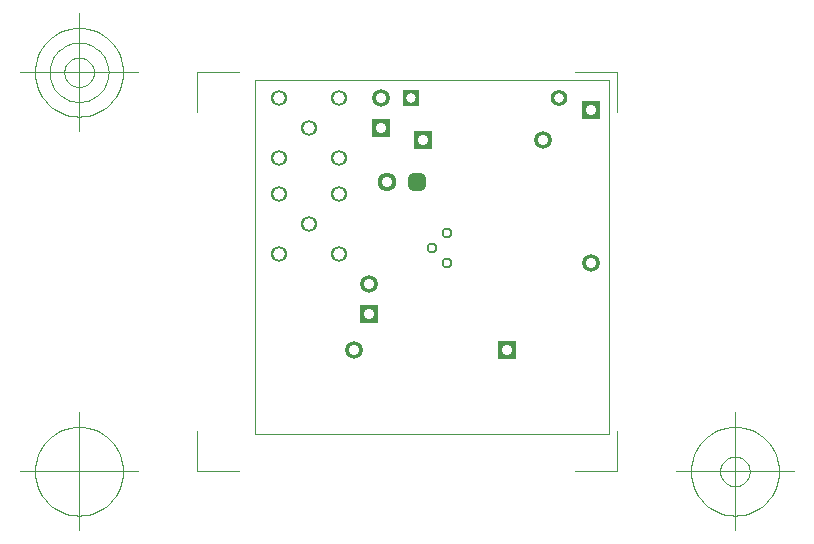
<source format=gbr>
G04 Generated by Ultiboard 10.0 *
%FSLAX25Y25*%
%MOIN*%

%ADD22C,0.00394*%
%ADD23C,0.00004*%
%ADD41C,0.05337X0.03937*%
%ADD35R,0.05512X0.05512X0.03150*%
%ADD34C,0.05512X0.03150*%
%ADD37R,0.05906X0.05906X0.03543*%
%ADD36C,0.05906X0.03543*%
%ADD44C,0.03762X0.02362*%
%ADD29C,0.06334X0.03500*%
%ADD38R,0.02083X0.02083X0.03917*%
%ADD18C,0.03917*%


G04 ColorRGB 00FF00 for the following layer *
%LNCopper Top*%
%LPD*%
%FSLAX25Y25*%
%MOIN*%
G54D22*
X-19400Y-12512D02*
X-19400Y789D01*
X-19400Y-12512D02*
X-5410Y-12512D01*
X120500Y-12512D02*
X106510Y-12512D01*
X120500Y-12512D02*
X120500Y789D01*
X120500Y120500D02*
X120500Y107199D01*
X120500Y120500D02*
X106510Y120500D01*
X-19400Y120500D02*
X-5410Y120500D01*
X-19400Y120500D02*
X-19400Y107199D01*
X-39085Y-12512D02*
X-78455Y-12512D01*
X-58770Y-32197D02*
X-58770Y7173D01*
X-44006Y-12512D02*
X-44077Y-11065D01*
X-44077Y-11065D02*
X-44290Y-9632D01*
X-44290Y-9632D02*
X-44642Y-8226D01*
X-44642Y-8226D02*
X-45130Y-6862D01*
X-45130Y-6862D02*
X-45750Y-5552D01*
X-45750Y-5552D02*
X-46494Y-4309D01*
X-46494Y-4309D02*
X-47358Y-3146D01*
X-47358Y-3146D02*
X-48331Y-2072D01*
X-48331Y-2072D02*
X-49404Y-1099D01*
X-49404Y-1099D02*
X-50568Y-236D01*
X-50568Y-236D02*
X-51810Y509D01*
X-51810Y509D02*
X-53120Y1128D01*
X-53120Y1128D02*
X-54484Y1616D01*
X-54484Y1616D02*
X-55890Y1968D01*
X-55890Y1968D02*
X-57323Y2181D01*
X-57323Y2181D02*
X-58770Y2252D01*
X-58770Y2252D02*
X-60217Y2181D01*
X-60217Y2181D02*
X-61650Y1968D01*
X-61650Y1968D02*
X-63056Y1616D01*
X-63056Y1616D02*
X-64420Y1128D01*
X-64420Y1128D02*
X-65730Y509D01*
X-65730Y509D02*
X-66972Y-236D01*
X-66972Y-236D02*
X-68136Y-1099D01*
X-68136Y-1099D02*
X-69210Y-2072D01*
X-69210Y-2072D02*
X-70183Y-3146D01*
X-70183Y-3146D02*
X-71046Y-4309D01*
X-71046Y-4309D02*
X-71791Y-5552D01*
X-71791Y-5552D02*
X-72410Y-6862D01*
X-72410Y-6862D02*
X-72898Y-8226D01*
X-72898Y-8226D02*
X-73250Y-9632D01*
X-73250Y-9632D02*
X-73463Y-11065D01*
X-73463Y-11065D02*
X-73534Y-12512D01*
X-73534Y-12512D02*
X-73463Y-13959D01*
X-73463Y-13959D02*
X-73250Y-15392D01*
X-73250Y-15392D02*
X-72898Y-16798D01*
X-72898Y-16798D02*
X-72410Y-18162D01*
X-72410Y-18162D02*
X-71791Y-19471D01*
X-71791Y-19471D02*
X-71046Y-20714D01*
X-71046Y-20714D02*
X-70183Y-21878D01*
X-70183Y-21878D02*
X-69210Y-22951D01*
X-69210Y-22951D02*
X-68136Y-23924D01*
X-68136Y-23924D02*
X-66972Y-24787D01*
X-66972Y-24787D02*
X-65730Y-25532D01*
X-65730Y-25532D02*
X-64420Y-26152D01*
X-64420Y-26152D02*
X-63056Y-26640D01*
X-63056Y-26640D02*
X-61650Y-26992D01*
X-61650Y-26992D02*
X-60217Y-27204D01*
X-60217Y-27204D02*
X-58770Y-27276D01*
X-58770Y-27276D02*
X-57323Y-27204D01*
X-57323Y-27204D02*
X-55890Y-26992D01*
X-55890Y-26992D02*
X-54484Y-26640D01*
X-54484Y-26640D02*
X-53120Y-26152D01*
X-53120Y-26152D02*
X-51810Y-25532D01*
X-51810Y-25532D02*
X-50568Y-24787D01*
X-50568Y-24787D02*
X-49404Y-23924D01*
X-49404Y-23924D02*
X-48331Y-22951D01*
X-48331Y-22951D02*
X-47358Y-21878D01*
X-47358Y-21878D02*
X-46494Y-20714D01*
X-46494Y-20714D02*
X-45750Y-19471D01*
X-45750Y-19471D02*
X-45130Y-18162D01*
X-45130Y-18162D02*
X-44642Y-16798D01*
X-44642Y-16798D02*
X-44290Y-15392D01*
X-44290Y-15392D02*
X-44077Y-13959D01*
X-44077Y-13959D02*
X-44006Y-12512D01*
X140185Y-12512D02*
X179555Y-12512D01*
X159870Y-32197D02*
X159870Y7173D01*
X174634Y-12512D02*
X174563Y-11065D01*
X174563Y-11065D02*
X174350Y-9632D01*
X174350Y-9632D02*
X173998Y-8226D01*
X173998Y-8226D02*
X173510Y-6862D01*
X173510Y-6862D02*
X172891Y-5552D01*
X172891Y-5552D02*
X172146Y-4309D01*
X172146Y-4309D02*
X171283Y-3146D01*
X171283Y-3146D02*
X170310Y-2072D01*
X170310Y-2072D02*
X169236Y-1099D01*
X169236Y-1099D02*
X168072Y-236D01*
X168072Y-236D02*
X166830Y509D01*
X166830Y509D02*
X165520Y1128D01*
X165520Y1128D02*
X164156Y1616D01*
X164156Y1616D02*
X162750Y1968D01*
X162750Y1968D02*
X161317Y2181D01*
X161317Y2181D02*
X159870Y2252D01*
X159870Y2252D02*
X158423Y2181D01*
X158423Y2181D02*
X156990Y1968D01*
X156990Y1968D02*
X155584Y1616D01*
X155584Y1616D02*
X154220Y1128D01*
X154220Y1128D02*
X152910Y509D01*
X152910Y509D02*
X151668Y-236D01*
X151668Y-236D02*
X150504Y-1099D01*
X150504Y-1099D02*
X149431Y-2072D01*
X149431Y-2072D02*
X148458Y-3146D01*
X148458Y-3146D02*
X147594Y-4309D01*
X147594Y-4309D02*
X146850Y-5552D01*
X146850Y-5552D02*
X146230Y-6862D01*
X146230Y-6862D02*
X145742Y-8226D01*
X145742Y-8226D02*
X145390Y-9632D01*
X145390Y-9632D02*
X145177Y-11065D01*
X145177Y-11065D02*
X145106Y-12512D01*
X145106Y-12512D02*
X145177Y-13959D01*
X145177Y-13959D02*
X145390Y-15392D01*
X145390Y-15392D02*
X145742Y-16798D01*
X145742Y-16798D02*
X146230Y-18162D01*
X146230Y-18162D02*
X146850Y-19471D01*
X146850Y-19471D02*
X147594Y-20714D01*
X147594Y-20714D02*
X148458Y-21878D01*
X148458Y-21878D02*
X149431Y-22951D01*
X149431Y-22951D02*
X150504Y-23924D01*
X150504Y-23924D02*
X151668Y-24787D01*
X151668Y-24787D02*
X152910Y-25532D01*
X152910Y-25532D02*
X154220Y-26152D01*
X154220Y-26152D02*
X155584Y-26640D01*
X155584Y-26640D02*
X156990Y-26992D01*
X156990Y-26992D02*
X158423Y-27204D01*
X158423Y-27204D02*
X159870Y-27276D01*
X159870Y-27276D02*
X161317Y-27204D01*
X161317Y-27204D02*
X162750Y-26992D01*
X162750Y-26992D02*
X164156Y-26640D01*
X164156Y-26640D02*
X165520Y-26152D01*
X165520Y-26152D02*
X166830Y-25532D01*
X166830Y-25532D02*
X168072Y-24787D01*
X168072Y-24787D02*
X169236Y-23924D01*
X169236Y-23924D02*
X170310Y-22951D01*
X170310Y-22951D02*
X171283Y-21878D01*
X171283Y-21878D02*
X172146Y-20714D01*
X172146Y-20714D02*
X172891Y-19471D01*
X172891Y-19471D02*
X173510Y-18162D01*
X173510Y-18162D02*
X173998Y-16798D01*
X173998Y-16798D02*
X174350Y-15392D01*
X174350Y-15392D02*
X174563Y-13959D01*
X174563Y-13959D02*
X174634Y-12512D01*
X164791Y-12512D02*
X164768Y-12029D01*
X164768Y-12029D02*
X164697Y-11552D01*
X164697Y-11552D02*
X164579Y-11083D01*
X164579Y-11083D02*
X164417Y-10629D01*
X164417Y-10629D02*
X164210Y-10192D01*
X164210Y-10192D02*
X163962Y-9778D01*
X163962Y-9778D02*
X163674Y-9390D01*
X163674Y-9390D02*
X163350Y-9032D01*
X163350Y-9032D02*
X162992Y-8708D01*
X162992Y-8708D02*
X162604Y-8420D01*
X162604Y-8420D02*
X162190Y-8172D01*
X162190Y-8172D02*
X161753Y-7965D01*
X161753Y-7965D02*
X161299Y-7802D01*
X161299Y-7802D02*
X160830Y-7685D01*
X160830Y-7685D02*
X160352Y-7614D01*
X160352Y-7614D02*
X159870Y-7591D01*
X159870Y-7591D02*
X159388Y-7614D01*
X159388Y-7614D02*
X158910Y-7685D01*
X158910Y-7685D02*
X158442Y-7802D01*
X158442Y-7802D02*
X157987Y-7965D01*
X157987Y-7965D02*
X157550Y-8172D01*
X157550Y-8172D02*
X157136Y-8420D01*
X157136Y-8420D02*
X156748Y-8708D01*
X156748Y-8708D02*
X156390Y-9032D01*
X156390Y-9032D02*
X156066Y-9390D01*
X156066Y-9390D02*
X155778Y-9778D01*
X155778Y-9778D02*
X155530Y-10192D01*
X155530Y-10192D02*
X155323Y-10629D01*
X155323Y-10629D02*
X155161Y-11083D01*
X155161Y-11083D02*
X155043Y-11552D01*
X155043Y-11552D02*
X154973Y-12029D01*
X154973Y-12029D02*
X154949Y-12512D01*
X154949Y-12512D02*
X154973Y-12994D01*
X154973Y-12994D02*
X155043Y-13472D01*
X155043Y-13472D02*
X155161Y-13940D01*
X155161Y-13940D02*
X155323Y-14395D01*
X155323Y-14395D02*
X155530Y-14832D01*
X155530Y-14832D02*
X155778Y-15246D01*
X155778Y-15246D02*
X156066Y-15634D01*
X156066Y-15634D02*
X156390Y-15992D01*
X156390Y-15992D02*
X156748Y-16316D01*
X156748Y-16316D02*
X157136Y-16604D01*
X157136Y-16604D02*
X157550Y-16852D01*
X157550Y-16852D02*
X157987Y-17058D01*
X157987Y-17058D02*
X158442Y-17221D01*
X158442Y-17221D02*
X158910Y-17339D01*
X158910Y-17339D02*
X159388Y-17409D01*
X159388Y-17409D02*
X159870Y-17433D01*
X159870Y-17433D02*
X160352Y-17409D01*
X160352Y-17409D02*
X160830Y-17339D01*
X160830Y-17339D02*
X161299Y-17221D01*
X161299Y-17221D02*
X161753Y-17058D01*
X161753Y-17058D02*
X162190Y-16852D01*
X162190Y-16852D02*
X162604Y-16604D01*
X162604Y-16604D02*
X162992Y-16316D01*
X162992Y-16316D02*
X163350Y-15992D01*
X163350Y-15992D02*
X163674Y-15634D01*
X163674Y-15634D02*
X163962Y-15246D01*
X163962Y-15246D02*
X164210Y-14832D01*
X164210Y-14832D02*
X164417Y-14395D01*
X164417Y-14395D02*
X164579Y-13940D01*
X164579Y-13940D02*
X164697Y-13472D01*
X164697Y-13472D02*
X164768Y-12994D01*
X164768Y-12994D02*
X164791Y-12512D01*
X-39085Y120500D02*
X-78455Y120500D01*
X-58770Y100815D02*
X-58770Y140185D01*
X-44006Y120500D02*
X-44077Y121947D01*
X-44077Y121947D02*
X-44290Y123380D01*
X-44290Y123380D02*
X-44642Y124786D01*
X-44642Y124786D02*
X-45130Y126150D01*
X-45130Y126150D02*
X-45750Y127460D01*
X-45750Y127460D02*
X-46494Y128702D01*
X-46494Y128702D02*
X-47358Y129866D01*
X-47358Y129866D02*
X-48331Y130940D01*
X-48331Y130940D02*
X-49404Y131913D01*
X-49404Y131913D02*
X-50568Y132776D01*
X-50568Y132776D02*
X-51810Y133520D01*
X-51810Y133520D02*
X-53120Y134140D01*
X-53120Y134140D02*
X-54484Y134628D01*
X-54484Y134628D02*
X-55890Y134980D01*
X-55890Y134980D02*
X-57323Y135193D01*
X-57323Y135193D02*
X-58770Y135264D01*
X-58770Y135264D02*
X-60217Y135193D01*
X-60217Y135193D02*
X-61650Y134980D01*
X-61650Y134980D02*
X-63056Y134628D01*
X-63056Y134628D02*
X-64420Y134140D01*
X-64420Y134140D02*
X-65730Y133520D01*
X-65730Y133520D02*
X-66972Y132776D01*
X-66972Y132776D02*
X-68136Y131913D01*
X-68136Y131913D02*
X-69210Y130940D01*
X-69210Y130940D02*
X-70183Y129866D01*
X-70183Y129866D02*
X-71046Y128702D01*
X-71046Y128702D02*
X-71791Y127460D01*
X-71791Y127460D02*
X-72410Y126150D01*
X-72410Y126150D02*
X-72898Y124786D01*
X-72898Y124786D02*
X-73250Y123380D01*
X-73250Y123380D02*
X-73463Y121947D01*
X-73463Y121947D02*
X-73534Y120500D01*
X-73534Y120500D02*
X-73463Y119053D01*
X-73463Y119053D02*
X-73250Y117620D01*
X-73250Y117620D02*
X-72898Y116214D01*
X-72898Y116214D02*
X-72410Y114850D01*
X-72410Y114850D02*
X-71791Y113540D01*
X-71791Y113540D02*
X-71046Y112298D01*
X-71046Y112298D02*
X-70183Y111134D01*
X-70183Y111134D02*
X-69210Y110060D01*
X-69210Y110060D02*
X-68136Y109087D01*
X-68136Y109087D02*
X-66972Y108224D01*
X-66972Y108224D02*
X-65730Y107480D01*
X-65730Y107480D02*
X-64420Y106860D01*
X-64420Y106860D02*
X-63056Y106372D01*
X-63056Y106372D02*
X-61650Y106020D01*
X-61650Y106020D02*
X-60217Y105807D01*
X-60217Y105807D02*
X-58770Y105736D01*
X-58770Y105736D02*
X-57323Y105807D01*
X-57323Y105807D02*
X-55890Y106020D01*
X-55890Y106020D02*
X-54484Y106372D01*
X-54484Y106372D02*
X-53120Y106860D01*
X-53120Y106860D02*
X-51810Y107480D01*
X-51810Y107480D02*
X-50568Y108224D01*
X-50568Y108224D02*
X-49404Y109087D01*
X-49404Y109087D02*
X-48331Y110060D01*
X-48331Y110060D02*
X-47358Y111134D01*
X-47358Y111134D02*
X-46494Y112298D01*
X-46494Y112298D02*
X-45750Y113540D01*
X-45750Y113540D02*
X-45130Y114850D01*
X-45130Y114850D02*
X-44642Y116214D01*
X-44642Y116214D02*
X-44290Y117620D01*
X-44290Y117620D02*
X-44077Y119053D01*
X-44077Y119053D02*
X-44006Y120500D01*
X-48928Y120500D02*
X-48975Y121465D01*
X-48975Y121465D02*
X-49117Y122420D01*
X-49117Y122420D02*
X-49351Y123357D01*
X-49351Y123357D02*
X-49677Y124267D01*
X-49677Y124267D02*
X-50090Y125140D01*
X-50090Y125140D02*
X-50586Y125968D01*
X-50586Y125968D02*
X-51162Y126744D01*
X-51162Y126744D02*
X-51810Y127460D01*
X-51810Y127460D02*
X-52526Y128108D01*
X-52526Y128108D02*
X-53302Y128684D01*
X-53302Y128684D02*
X-54130Y129180D01*
X-54130Y129180D02*
X-55004Y129593D01*
X-55004Y129593D02*
X-55913Y129919D01*
X-55913Y129919D02*
X-56850Y130153D01*
X-56850Y130153D02*
X-57805Y130295D01*
X-57805Y130295D02*
X-58770Y130343D01*
X-58770Y130343D02*
X-59735Y130295D01*
X-59735Y130295D02*
X-60690Y130153D01*
X-60690Y130153D02*
X-61627Y129919D01*
X-61627Y129919D02*
X-62537Y129593D01*
X-62537Y129593D02*
X-63410Y129180D01*
X-63410Y129180D02*
X-64238Y128684D01*
X-64238Y128684D02*
X-65014Y128108D01*
X-65014Y128108D02*
X-65730Y127460D01*
X-65730Y127460D02*
X-66378Y126744D01*
X-66378Y126744D02*
X-66954Y125968D01*
X-66954Y125968D02*
X-67450Y125140D01*
X-67450Y125140D02*
X-67863Y124267D01*
X-67863Y124267D02*
X-68189Y123357D01*
X-68189Y123357D02*
X-68423Y122420D01*
X-68423Y122420D02*
X-68565Y121465D01*
X-68565Y121465D02*
X-68613Y120500D01*
X-68613Y120500D02*
X-68565Y119535D01*
X-68565Y119535D02*
X-68423Y118580D01*
X-68423Y118580D02*
X-68189Y117643D01*
X-68189Y117643D02*
X-67863Y116733D01*
X-67863Y116733D02*
X-67450Y115860D01*
X-67450Y115860D02*
X-66954Y115032D01*
X-66954Y115032D02*
X-66378Y114256D01*
X-66378Y114256D02*
X-65730Y113540D01*
X-65730Y113540D02*
X-65014Y112892D01*
X-65014Y112892D02*
X-64238Y112316D01*
X-64238Y112316D02*
X-63410Y111820D01*
X-63410Y111820D02*
X-62537Y111407D01*
X-62537Y111407D02*
X-61627Y111081D01*
X-61627Y111081D02*
X-60690Y110847D01*
X-60690Y110847D02*
X-59735Y110705D01*
X-59735Y110705D02*
X-58770Y110657D01*
X-58770Y110657D02*
X-57805Y110705D01*
X-57805Y110705D02*
X-56850Y110847D01*
X-56850Y110847D02*
X-55913Y111081D01*
X-55913Y111081D02*
X-55004Y111407D01*
X-55004Y111407D02*
X-54130Y111820D01*
X-54130Y111820D02*
X-53302Y112316D01*
X-53302Y112316D02*
X-52526Y112892D01*
X-52526Y112892D02*
X-51810Y113540D01*
X-51810Y113540D02*
X-51162Y114256D01*
X-51162Y114256D02*
X-50586Y115032D01*
X-50586Y115032D02*
X-50090Y115860D01*
X-50090Y115860D02*
X-49677Y116733D01*
X-49677Y116733D02*
X-49351Y117643D01*
X-49351Y117643D02*
X-49117Y118580D01*
X-49117Y118580D02*
X-48975Y119535D01*
X-48975Y119535D02*
X-48928Y120500D01*
X-53849Y120500D02*
X-53873Y120982D01*
X-53873Y120982D02*
X-53943Y121460D01*
X-53943Y121460D02*
X-54061Y121929D01*
X-54061Y121929D02*
X-54223Y122383D01*
X-54223Y122383D02*
X-54430Y122820D01*
X-54430Y122820D02*
X-54678Y123234D01*
X-54678Y123234D02*
X-54966Y123622D01*
X-54966Y123622D02*
X-55290Y123980D01*
X-55290Y123980D02*
X-55648Y124304D01*
X-55648Y124304D02*
X-56036Y124592D01*
X-56036Y124592D02*
X-56450Y124840D01*
X-56450Y124840D02*
X-56887Y125047D01*
X-56887Y125047D02*
X-57342Y125209D01*
X-57342Y125209D02*
X-57810Y125327D01*
X-57810Y125327D02*
X-58288Y125398D01*
X-58288Y125398D02*
X-58770Y125421D01*
X-58770Y125421D02*
X-59252Y125398D01*
X-59252Y125398D02*
X-59730Y125327D01*
X-59730Y125327D02*
X-60199Y125209D01*
X-60199Y125209D02*
X-60653Y125047D01*
X-60653Y125047D02*
X-61090Y124840D01*
X-61090Y124840D02*
X-61504Y124592D01*
X-61504Y124592D02*
X-61892Y124304D01*
X-61892Y124304D02*
X-62250Y123980D01*
X-62250Y123980D02*
X-62574Y123622D01*
X-62574Y123622D02*
X-62862Y123234D01*
X-62862Y123234D02*
X-63110Y122820D01*
X-63110Y122820D02*
X-63317Y122383D01*
X-63317Y122383D02*
X-63479Y121929D01*
X-63479Y121929D02*
X-63597Y121460D01*
X-63597Y121460D02*
X-63668Y120982D01*
X-63668Y120982D02*
X-63691Y120500D01*
X-63691Y120500D02*
X-63668Y120018D01*
X-63668Y120018D02*
X-63597Y119540D01*
X-63597Y119540D02*
X-63479Y119071D01*
X-63479Y119071D02*
X-63317Y118617D01*
X-63317Y118617D02*
X-63110Y118180D01*
X-63110Y118180D02*
X-62862Y117766D01*
X-62862Y117766D02*
X-62574Y117378D01*
X-62574Y117378D02*
X-62250Y117020D01*
X-62250Y117020D02*
X-61892Y116696D01*
X-61892Y116696D02*
X-61504Y116408D01*
X-61504Y116408D02*
X-61090Y116160D01*
X-61090Y116160D02*
X-60653Y115953D01*
X-60653Y115953D02*
X-60199Y115791D01*
X-60199Y115791D02*
X-59730Y115673D01*
X-59730Y115673D02*
X-59252Y115602D01*
X-59252Y115602D02*
X-58770Y115579D01*
X-58770Y115579D02*
X-58288Y115602D01*
X-58288Y115602D02*
X-57810Y115673D01*
X-57810Y115673D02*
X-57342Y115791D01*
X-57342Y115791D02*
X-56887Y115953D01*
X-56887Y115953D02*
X-56450Y116160D01*
X-56450Y116160D02*
X-56036Y116408D01*
X-56036Y116408D02*
X-55648Y116696D01*
X-55648Y116696D02*
X-55290Y117020D01*
X-55290Y117020D02*
X-54966Y117378D01*
X-54966Y117378D02*
X-54678Y117766D01*
X-54678Y117766D02*
X-54430Y118180D01*
X-54430Y118180D02*
X-54223Y118617D01*
X-54223Y118617D02*
X-54061Y119071D01*
X-54061Y119071D02*
X-53943Y119540D01*
X-53943Y119540D02*
X-53873Y120018D01*
X-53873Y120018D02*
X-53849Y120500D01*
X-19400Y-12512D02*
X-19400Y789D01*
X-19400Y-12512D02*
X-5410Y-12512D01*
X120500Y-12512D02*
X106510Y-12512D01*
X120500Y-12512D02*
X120500Y789D01*
X120500Y120500D02*
X120500Y107199D01*
X120500Y120500D02*
X106510Y120500D01*
X-19400Y120500D02*
X-5410Y120500D01*
X-19400Y120500D02*
X-19400Y107199D01*
X-39085Y-12512D02*
X-78455Y-12512D01*
X-58770Y-32197D02*
X-58770Y7173D01*
X-44006Y-12512D02*
X-44077Y-11065D01*
X-44077Y-11065D02*
X-44290Y-9632D01*
X-44290Y-9632D02*
X-44642Y-8226D01*
X-44642Y-8226D02*
X-45130Y-6862D01*
X-45130Y-6862D02*
X-45750Y-5552D01*
X-45750Y-5552D02*
X-46494Y-4309D01*
X-46494Y-4309D02*
X-47358Y-3146D01*
X-47358Y-3146D02*
X-48331Y-2072D01*
X-48331Y-2072D02*
X-49404Y-1099D01*
X-49404Y-1099D02*
X-50568Y-236D01*
X-50568Y-236D02*
X-51810Y509D01*
X-51810Y509D02*
X-53120Y1128D01*
X-53120Y1128D02*
X-54484Y1616D01*
X-54484Y1616D02*
X-55890Y1968D01*
X-55890Y1968D02*
X-57323Y2181D01*
X-57323Y2181D02*
X-58770Y2252D01*
X-58770Y2252D02*
X-60217Y2181D01*
X-60217Y2181D02*
X-61650Y1968D01*
X-61650Y1968D02*
X-63056Y1616D01*
X-63056Y1616D02*
X-64420Y1128D01*
X-64420Y1128D02*
X-65730Y509D01*
X-65730Y509D02*
X-66972Y-236D01*
X-66972Y-236D02*
X-68136Y-1099D01*
X-68136Y-1099D02*
X-69210Y-2072D01*
X-69210Y-2072D02*
X-70183Y-3146D01*
X-70183Y-3146D02*
X-71046Y-4309D01*
X-71046Y-4309D02*
X-71791Y-5552D01*
X-71791Y-5552D02*
X-72410Y-6862D01*
X-72410Y-6862D02*
X-72898Y-8226D01*
X-72898Y-8226D02*
X-73250Y-9632D01*
X-73250Y-9632D02*
X-73463Y-11065D01*
X-73463Y-11065D02*
X-73534Y-12512D01*
X-73534Y-12512D02*
X-73463Y-13959D01*
X-73463Y-13959D02*
X-73250Y-15392D01*
X-73250Y-15392D02*
X-72898Y-16798D01*
X-72898Y-16798D02*
X-72410Y-18162D01*
X-72410Y-18162D02*
X-71791Y-19471D01*
X-71791Y-19471D02*
X-71046Y-20714D01*
X-71046Y-20714D02*
X-70183Y-21878D01*
X-70183Y-21878D02*
X-69210Y-22951D01*
X-69210Y-22951D02*
X-68136Y-23924D01*
X-68136Y-23924D02*
X-66972Y-24787D01*
X-66972Y-24787D02*
X-65730Y-25532D01*
X-65730Y-25532D02*
X-64420Y-26152D01*
X-64420Y-26152D02*
X-63056Y-26640D01*
X-63056Y-26640D02*
X-61650Y-26992D01*
X-61650Y-26992D02*
X-60217Y-27204D01*
X-60217Y-27204D02*
X-58770Y-27276D01*
X-58770Y-27276D02*
X-57323Y-27204D01*
X-57323Y-27204D02*
X-55890Y-26992D01*
X-55890Y-26992D02*
X-54484Y-26640D01*
X-54484Y-26640D02*
X-53120Y-26152D01*
X-53120Y-26152D02*
X-51810Y-25532D01*
X-51810Y-25532D02*
X-50568Y-24787D01*
X-50568Y-24787D02*
X-49404Y-23924D01*
X-49404Y-23924D02*
X-48331Y-22951D01*
X-48331Y-22951D02*
X-47358Y-21878D01*
X-47358Y-21878D02*
X-46494Y-20714D01*
X-46494Y-20714D02*
X-45750Y-19471D01*
X-45750Y-19471D02*
X-45130Y-18162D01*
X-45130Y-18162D02*
X-44642Y-16798D01*
X-44642Y-16798D02*
X-44290Y-15392D01*
X-44290Y-15392D02*
X-44077Y-13959D01*
X-44077Y-13959D02*
X-44006Y-12512D01*
X140185Y-12512D02*
X179555Y-12512D01*
X159870Y-32197D02*
X159870Y7173D01*
X174634Y-12512D02*
X174563Y-11065D01*
X174563Y-11065D02*
X174350Y-9632D01*
X174350Y-9632D02*
X173998Y-8226D01*
X173998Y-8226D02*
X173510Y-6862D01*
X173510Y-6862D02*
X172891Y-5552D01*
X172891Y-5552D02*
X172146Y-4309D01*
X172146Y-4309D02*
X171283Y-3146D01*
X171283Y-3146D02*
X170310Y-2072D01*
X170310Y-2072D02*
X169236Y-1099D01*
X169236Y-1099D02*
X168072Y-236D01*
X168072Y-236D02*
X166830Y509D01*
X166830Y509D02*
X165520Y1128D01*
X165520Y1128D02*
X164156Y1616D01*
X164156Y1616D02*
X162750Y1968D01*
X162750Y1968D02*
X161317Y2181D01*
X161317Y2181D02*
X159870Y2252D01*
X159870Y2252D02*
X158423Y2181D01*
X158423Y2181D02*
X156990Y1968D01*
X156990Y1968D02*
X155584Y1616D01*
X155584Y1616D02*
X154220Y1128D01*
X154220Y1128D02*
X152910Y509D01*
X152910Y509D02*
X151668Y-236D01*
X151668Y-236D02*
X150504Y-1099D01*
X150504Y-1099D02*
X149431Y-2072D01*
X149431Y-2072D02*
X148458Y-3146D01*
X148458Y-3146D02*
X147594Y-4309D01*
X147594Y-4309D02*
X146850Y-5552D01*
X146850Y-5552D02*
X146230Y-6862D01*
X146230Y-6862D02*
X145742Y-8226D01*
X145742Y-8226D02*
X145390Y-9632D01*
X145390Y-9632D02*
X145177Y-11065D01*
X145177Y-11065D02*
X145106Y-12512D01*
X145106Y-12512D02*
X145177Y-13959D01*
X145177Y-13959D02*
X145390Y-15392D01*
X145390Y-15392D02*
X145742Y-16798D01*
X145742Y-16798D02*
X146230Y-18162D01*
X146230Y-18162D02*
X146850Y-19471D01*
X146850Y-19471D02*
X147594Y-20714D01*
X147594Y-20714D02*
X148458Y-21878D01*
X148458Y-21878D02*
X149431Y-22951D01*
X149431Y-22951D02*
X150504Y-23924D01*
X150504Y-23924D02*
X151668Y-24787D01*
X151668Y-24787D02*
X152910Y-25532D01*
X152910Y-25532D02*
X154220Y-26152D01*
X154220Y-26152D02*
X155584Y-26640D01*
X155584Y-26640D02*
X156990Y-26992D01*
X156990Y-26992D02*
X158423Y-27204D01*
X158423Y-27204D02*
X159870Y-27276D01*
X159870Y-27276D02*
X161317Y-27204D01*
X161317Y-27204D02*
X162750Y-26992D01*
X162750Y-26992D02*
X164156Y-26640D01*
X164156Y-26640D02*
X165520Y-26152D01*
X165520Y-26152D02*
X166830Y-25532D01*
X166830Y-25532D02*
X168072Y-24787D01*
X168072Y-24787D02*
X169236Y-23924D01*
X169236Y-23924D02*
X170310Y-22951D01*
X170310Y-22951D02*
X171283Y-21878D01*
X171283Y-21878D02*
X172146Y-20714D01*
X172146Y-20714D02*
X172891Y-19471D01*
X172891Y-19471D02*
X173510Y-18162D01*
X173510Y-18162D02*
X173998Y-16798D01*
X173998Y-16798D02*
X174350Y-15392D01*
X174350Y-15392D02*
X174563Y-13959D01*
X174563Y-13959D02*
X174634Y-12512D01*
X164791Y-12512D02*
X164768Y-12029D01*
X164768Y-12029D02*
X164697Y-11552D01*
X164697Y-11552D02*
X164579Y-11083D01*
X164579Y-11083D02*
X164417Y-10629D01*
X164417Y-10629D02*
X164210Y-10192D01*
X164210Y-10192D02*
X163962Y-9778D01*
X163962Y-9778D02*
X163674Y-9390D01*
X163674Y-9390D02*
X163350Y-9032D01*
X163350Y-9032D02*
X162992Y-8708D01*
X162992Y-8708D02*
X162604Y-8420D01*
X162604Y-8420D02*
X162190Y-8172D01*
X162190Y-8172D02*
X161753Y-7965D01*
X161753Y-7965D02*
X161299Y-7802D01*
X161299Y-7802D02*
X160830Y-7685D01*
X160830Y-7685D02*
X160352Y-7614D01*
X160352Y-7614D02*
X159870Y-7591D01*
X159870Y-7591D02*
X159388Y-7614D01*
X159388Y-7614D02*
X158910Y-7685D01*
X158910Y-7685D02*
X158442Y-7802D01*
X158442Y-7802D02*
X157987Y-7965D01*
X157987Y-7965D02*
X157550Y-8172D01*
X157550Y-8172D02*
X157136Y-8420D01*
X157136Y-8420D02*
X156748Y-8708D01*
X156748Y-8708D02*
X156390Y-9032D01*
X156390Y-9032D02*
X156066Y-9390D01*
X156066Y-9390D02*
X155778Y-9778D01*
X155778Y-9778D02*
X155530Y-10192D01*
X155530Y-10192D02*
X155323Y-10629D01*
X155323Y-10629D02*
X155161Y-11083D01*
X155161Y-11083D02*
X155043Y-11552D01*
X155043Y-11552D02*
X154973Y-12029D01*
X154973Y-12029D02*
X154949Y-12512D01*
X154949Y-12512D02*
X154973Y-12994D01*
X154973Y-12994D02*
X155043Y-13472D01*
X155043Y-13472D02*
X155161Y-13940D01*
X155161Y-13940D02*
X155323Y-14395D01*
X155323Y-14395D02*
X155530Y-14832D01*
X155530Y-14832D02*
X155778Y-15246D01*
X155778Y-15246D02*
X156066Y-15634D01*
X156066Y-15634D02*
X156390Y-15992D01*
X156390Y-15992D02*
X156748Y-16316D01*
X156748Y-16316D02*
X157136Y-16604D01*
X157136Y-16604D02*
X157550Y-16852D01*
X157550Y-16852D02*
X157987Y-17058D01*
X157987Y-17058D02*
X158442Y-17221D01*
X158442Y-17221D02*
X158910Y-17339D01*
X158910Y-17339D02*
X159388Y-17409D01*
X159388Y-17409D02*
X159870Y-17433D01*
X159870Y-17433D02*
X160352Y-17409D01*
X160352Y-17409D02*
X160830Y-17339D01*
X160830Y-17339D02*
X161299Y-17221D01*
X161299Y-17221D02*
X161753Y-17058D01*
X161753Y-17058D02*
X162190Y-16852D01*
X162190Y-16852D02*
X162604Y-16604D01*
X162604Y-16604D02*
X162992Y-16316D01*
X162992Y-16316D02*
X163350Y-15992D01*
X163350Y-15992D02*
X163674Y-15634D01*
X163674Y-15634D02*
X163962Y-15246D01*
X163962Y-15246D02*
X164210Y-14832D01*
X164210Y-14832D02*
X164417Y-14395D01*
X164417Y-14395D02*
X164579Y-13940D01*
X164579Y-13940D02*
X164697Y-13472D01*
X164697Y-13472D02*
X164768Y-12994D01*
X164768Y-12994D02*
X164791Y-12512D01*
X-39085Y120500D02*
X-78455Y120500D01*
X-58770Y100815D02*
X-58770Y140185D01*
X-44006Y120500D02*
X-44077Y121947D01*
X-44077Y121947D02*
X-44290Y123380D01*
X-44290Y123380D02*
X-44642Y124786D01*
X-44642Y124786D02*
X-45130Y126150D01*
X-45130Y126150D02*
X-45750Y127460D01*
X-45750Y127460D02*
X-46494Y128702D01*
X-46494Y128702D02*
X-47358Y129866D01*
X-47358Y129866D02*
X-48331Y130940D01*
X-48331Y130940D02*
X-49404Y131913D01*
X-49404Y131913D02*
X-50568Y132776D01*
X-50568Y132776D02*
X-51810Y133520D01*
X-51810Y133520D02*
X-53120Y134140D01*
X-53120Y134140D02*
X-54484Y134628D01*
X-54484Y134628D02*
X-55890Y134980D01*
X-55890Y134980D02*
X-57323Y135193D01*
X-57323Y135193D02*
X-58770Y135264D01*
X-58770Y135264D02*
X-60217Y135193D01*
X-60217Y135193D02*
X-61650Y134980D01*
X-61650Y134980D02*
X-63056Y134628D01*
X-63056Y134628D02*
X-64420Y134140D01*
X-64420Y134140D02*
X-65730Y133520D01*
X-65730Y133520D02*
X-66972Y132776D01*
X-66972Y132776D02*
X-68136Y131913D01*
X-68136Y131913D02*
X-69210Y130940D01*
X-69210Y130940D02*
X-70183Y129866D01*
X-70183Y129866D02*
X-71046Y128702D01*
X-71046Y128702D02*
X-71791Y127460D01*
X-71791Y127460D02*
X-72410Y126150D01*
X-72410Y126150D02*
X-72898Y124786D01*
X-72898Y124786D02*
X-73250Y123380D01*
X-73250Y123380D02*
X-73463Y121947D01*
X-73463Y121947D02*
X-73534Y120500D01*
X-73534Y120500D02*
X-73463Y119053D01*
X-73463Y119053D02*
X-73250Y117620D01*
X-73250Y117620D02*
X-72898Y116214D01*
X-72898Y116214D02*
X-72410Y114850D01*
X-72410Y114850D02*
X-71791Y113540D01*
X-71791Y113540D02*
X-71046Y112298D01*
X-71046Y112298D02*
X-70183Y111134D01*
X-70183Y111134D02*
X-69210Y110060D01*
X-69210Y110060D02*
X-68136Y109087D01*
X-68136Y109087D02*
X-66972Y108224D01*
X-66972Y108224D02*
X-65730Y107480D01*
X-65730Y107480D02*
X-64420Y106860D01*
X-64420Y106860D02*
X-63056Y106372D01*
X-63056Y106372D02*
X-61650Y106020D01*
X-61650Y106020D02*
X-60217Y105807D01*
X-60217Y105807D02*
X-58770Y105736D01*
X-58770Y105736D02*
X-57323Y105807D01*
X-57323Y105807D02*
X-55890Y106020D01*
X-55890Y106020D02*
X-54484Y106372D01*
X-54484Y106372D02*
X-53120Y106860D01*
X-53120Y106860D02*
X-51810Y107480D01*
X-51810Y107480D02*
X-50568Y108224D01*
X-50568Y108224D02*
X-49404Y109087D01*
X-49404Y109087D02*
X-48331Y110060D01*
X-48331Y110060D02*
X-47358Y111134D01*
X-47358Y111134D02*
X-46494Y112298D01*
X-46494Y112298D02*
X-45750Y113540D01*
X-45750Y113540D02*
X-45130Y114850D01*
X-45130Y114850D02*
X-44642Y116214D01*
X-44642Y116214D02*
X-44290Y117620D01*
X-44290Y117620D02*
X-44077Y119053D01*
X-44077Y119053D02*
X-44006Y120500D01*
X-48928Y120500D02*
X-48975Y121465D01*
X-48975Y121465D02*
X-49117Y122420D01*
X-49117Y122420D02*
X-49351Y123357D01*
X-49351Y123357D02*
X-49677Y124267D01*
X-49677Y124267D02*
X-50090Y125140D01*
X-50090Y125140D02*
X-50586Y125968D01*
X-50586Y125968D02*
X-51162Y126744D01*
X-51162Y126744D02*
X-51810Y127460D01*
X-51810Y127460D02*
X-52526Y128108D01*
X-52526Y128108D02*
X-53302Y128684D01*
X-53302Y128684D02*
X-54130Y129180D01*
X-54130Y129180D02*
X-55004Y129593D01*
X-55004Y129593D02*
X-55913Y129919D01*
X-55913Y129919D02*
X-56850Y130153D01*
X-56850Y130153D02*
X-57805Y130295D01*
X-57805Y130295D02*
X-58770Y130343D01*
X-58770Y130343D02*
X-59735Y130295D01*
X-59735Y130295D02*
X-60690Y130153D01*
X-60690Y130153D02*
X-61627Y129919D01*
X-61627Y129919D02*
X-62537Y129593D01*
X-62537Y129593D02*
X-63410Y129180D01*
X-63410Y129180D02*
X-64238Y128684D01*
X-64238Y128684D02*
X-65014Y128108D01*
X-65014Y128108D02*
X-65730Y127460D01*
X-65730Y127460D02*
X-66378Y126744D01*
X-66378Y126744D02*
X-66954Y125968D01*
X-66954Y125968D02*
X-67450Y125140D01*
X-67450Y125140D02*
X-67863Y124267D01*
X-67863Y124267D02*
X-68189Y123357D01*
X-68189Y123357D02*
X-68423Y122420D01*
X-68423Y122420D02*
X-68565Y121465D01*
X-68565Y121465D02*
X-68613Y120500D01*
X-68613Y120500D02*
X-68565Y119535D01*
X-68565Y119535D02*
X-68423Y118580D01*
X-68423Y118580D02*
X-68189Y117643D01*
X-68189Y117643D02*
X-67863Y116733D01*
X-67863Y116733D02*
X-67450Y115860D01*
X-67450Y115860D02*
X-66954Y115032D01*
X-66954Y115032D02*
X-66378Y114256D01*
X-66378Y114256D02*
X-65730Y113540D01*
X-65730Y113540D02*
X-65014Y112892D01*
X-65014Y112892D02*
X-64238Y112316D01*
X-64238Y112316D02*
X-63410Y111820D01*
X-63410Y111820D02*
X-62537Y111407D01*
X-62537Y111407D02*
X-61627Y111081D01*
X-61627Y111081D02*
X-60690Y110847D01*
X-60690Y110847D02*
X-59735Y110705D01*
X-59735Y110705D02*
X-58770Y110657D01*
X-58770Y110657D02*
X-57805Y110705D01*
X-57805Y110705D02*
X-56850Y110847D01*
X-56850Y110847D02*
X-55913Y111081D01*
X-55913Y111081D02*
X-55004Y111407D01*
X-55004Y111407D02*
X-54130Y111820D01*
X-54130Y111820D02*
X-53302Y112316D01*
X-53302Y112316D02*
X-52526Y112892D01*
X-52526Y112892D02*
X-51810Y113540D01*
X-51810Y113540D02*
X-51162Y114256D01*
X-51162Y114256D02*
X-50586Y115032D01*
X-50586Y115032D02*
X-50090Y115860D01*
X-50090Y115860D02*
X-49677Y116733D01*
X-49677Y116733D02*
X-49351Y117643D01*
X-49351Y117643D02*
X-49117Y118580D01*
X-49117Y118580D02*
X-48975Y119535D01*
X-48975Y119535D02*
X-48928Y120500D01*
X-53849Y120500D02*
X-53873Y120982D01*
X-53873Y120982D02*
X-53943Y121460D01*
X-53943Y121460D02*
X-54061Y121929D01*
X-54061Y121929D02*
X-54223Y122383D01*
X-54223Y122383D02*
X-54430Y122820D01*
X-54430Y122820D02*
X-54678Y123234D01*
X-54678Y123234D02*
X-54966Y123622D01*
X-54966Y123622D02*
X-55290Y123980D01*
X-55290Y123980D02*
X-55648Y124304D01*
X-55648Y124304D02*
X-56036Y124592D01*
X-56036Y124592D02*
X-56450Y124840D01*
X-56450Y124840D02*
X-56887Y125047D01*
X-56887Y125047D02*
X-57342Y125209D01*
X-57342Y125209D02*
X-57810Y125327D01*
X-57810Y125327D02*
X-58288Y125398D01*
X-58288Y125398D02*
X-58770Y125421D01*
X-58770Y125421D02*
X-59252Y125398D01*
X-59252Y125398D02*
X-59730Y125327D01*
X-59730Y125327D02*
X-60199Y125209D01*
X-60199Y125209D02*
X-60653Y125047D01*
X-60653Y125047D02*
X-61090Y124840D01*
X-61090Y124840D02*
X-61504Y124592D01*
X-61504Y124592D02*
X-61892Y124304D01*
X-61892Y124304D02*
X-62250Y123980D01*
X-62250Y123980D02*
X-62574Y123622D01*
X-62574Y123622D02*
X-62862Y123234D01*
X-62862Y123234D02*
X-63110Y122820D01*
X-63110Y122820D02*
X-63317Y122383D01*
X-63317Y122383D02*
X-63479Y121929D01*
X-63479Y121929D02*
X-63597Y121460D01*
X-63597Y121460D02*
X-63668Y120982D01*
X-63668Y120982D02*
X-63691Y120500D01*
X-63691Y120500D02*
X-63668Y120018D01*
X-63668Y120018D02*
X-63597Y119540D01*
X-63597Y119540D02*
X-63479Y119071D01*
X-63479Y119071D02*
X-63317Y118617D01*
X-63317Y118617D02*
X-63110Y118180D01*
X-63110Y118180D02*
X-62862Y117766D01*
X-62862Y117766D02*
X-62574Y117378D01*
X-62574Y117378D02*
X-62250Y117020D01*
X-62250Y117020D02*
X-61892Y116696D01*
X-61892Y116696D02*
X-61504Y116408D01*
X-61504Y116408D02*
X-61090Y116160D01*
X-61090Y116160D02*
X-60653Y115953D01*
X-60653Y115953D02*
X-60199Y115791D01*
X-60199Y115791D02*
X-59730Y115673D01*
X-59730Y115673D02*
X-59252Y115602D01*
X-59252Y115602D02*
X-58770Y115579D01*
X-58770Y115579D02*
X-58288Y115602D01*
X-58288Y115602D02*
X-57810Y115673D01*
X-57810Y115673D02*
X-57342Y115791D01*
X-57342Y115791D02*
X-56887Y115953D01*
X-56887Y115953D02*
X-56450Y116160D01*
X-56450Y116160D02*
X-56036Y116408D01*
X-56036Y116408D02*
X-55648Y116696D01*
X-55648Y116696D02*
X-55290Y117020D01*
X-55290Y117020D02*
X-54966Y117378D01*
X-54966Y117378D02*
X-54678Y117766D01*
X-54678Y117766D02*
X-54430Y118180D01*
X-54430Y118180D02*
X-54223Y118617D01*
X-54223Y118617D02*
X-54061Y119071D01*
X-54061Y119071D02*
X-53943Y119540D01*
X-53943Y119540D02*
X-53873Y120018D01*
X-53873Y120018D02*
X-53849Y120500D01*
G54D23*
X0Y0D02*
X118000Y0D01*
X118000Y0D02*
X118000Y118000D01*
X118000Y118000D02*
X0Y118000D01*
X0Y118000D02*
X0Y0D01*
G54D41*
X28000Y92000D03*
X28000Y112000D03*
X8000Y92000D03*
X18000Y102000D03*
X8000Y112000D03*
X8000Y60000D03*
X28000Y60000D03*
X28000Y80000D03*
X18000Y70000D03*
X8000Y80000D03*
G54D35*
X52000Y112000D03*
G54D34*
X101213Y112000D03*
G54D37*
X56000Y98000D03*
X84000Y28000D03*
X38000Y40000D03*
X42000Y102000D03*
X112000Y108000D03*
G54D36*
X96000Y98000D03*
X32819Y28000D03*
X38000Y49843D03*
X42000Y111843D03*
X112000Y56819D03*
G54D44*
X64000Y67000D03*
X64000Y57000D03*
X59000Y62000D03*
G54D29*
X44000Y84000D03*
G54D38*
X54000Y84000D03*
G54D18*
X52959Y82959D02*
X55041Y82959D01*
X55041Y85041D01*
X52959Y85041D01*
X52959Y82959D01*D02*

M00*

</source>
